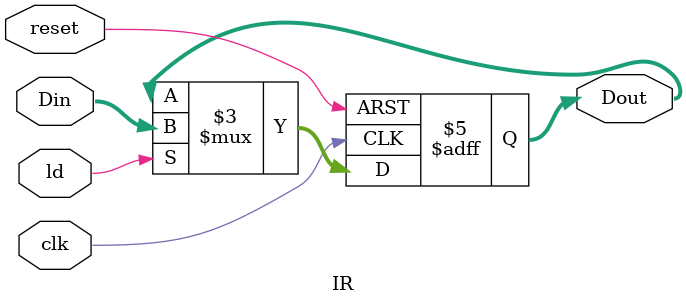
<source format=v>
/****************************** C E C S  3 0 1 ******************************
 * 
 * File Name:  IR.v
 * Project:    Lab Project 8: 16-Bit RISC Processor
 * Designer 1: Michael Rios
 * Email:      riosmichael28@ymail.com
 * Designer 2: Yuliana Uriostegui
 * Email: 		yulove613@gmail.com
 * Rev. No.:   Version 1.0
 * Rev. Date:  November 18, 2016  
 *
 * Purpose: This Instruction register module is a 16-bit register in a 
 computer processor that contains the current instruction currently being
 executed.  When the computer restarts or is reset,the program counter normally 
 reverts to back to 0.
 *         
 * Notes:
 ****************************************************************************/
`timescale 1ns / 1ps

module IR(clk, reset,Din, Dout, ld);

	input 	clk, reset, ld; 
	input 	[15:0] Din; 
	output reg 	[15:0] Dout;  
	
	// Behavioral section for writing to the register 
	always @ ( posedge clk or posedge reset ) 
		if (reset) 
			Dout <= 16'b0; 
		else 
			if (ld) 
					Dout <= Din;  
			else	Dout <= Dout; 
			
endmodule


</source>
